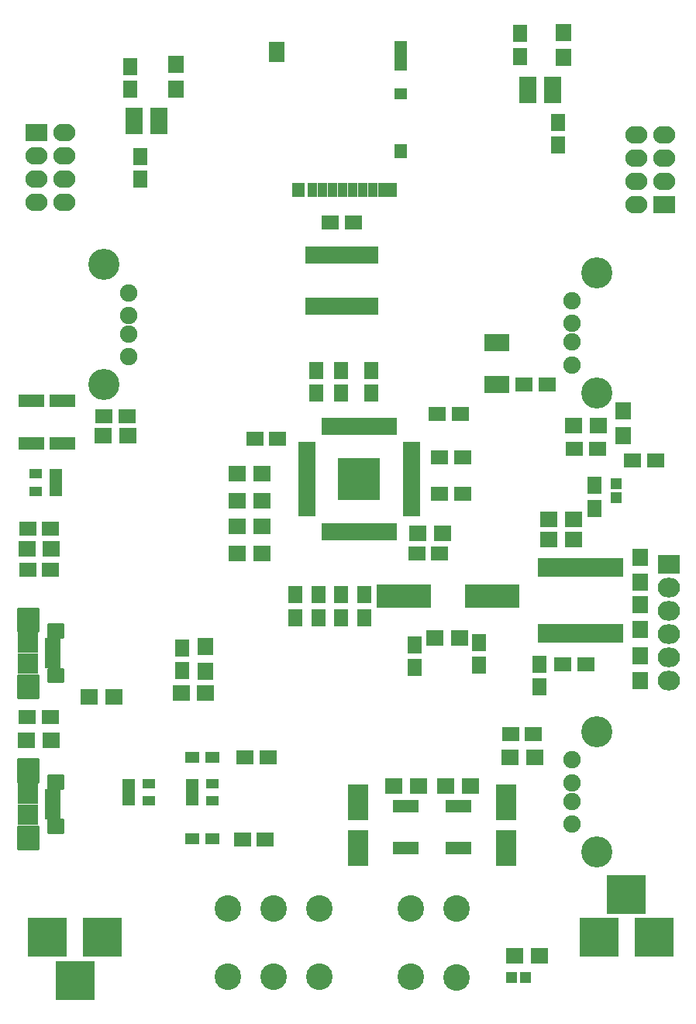
<source format=gts>
G04 #@! TF.FileFunction,Soldermask,Top*
%FSLAX46Y46*%
G04 Gerber Fmt 4.6, Leading zero omitted, Abs format (unit mm)*
G04 Created by KiCad (PCBNEW 4.0.2-stable) date Monday, 16 January 2017 'pmt' 17:48:17*
%MOMM*%
G01*
G04 APERTURE LIST*
%ADD10C,0.100000*%
%ADD11C,0.381000*%
%ADD12R,1.900000X1.650000*%
%ADD13R,0.699720X1.850000*%
%ADD14R,0.819100X1.870660*%
%ADD15R,1.650000X1.900000*%
%ADD16R,1.900000X1.700000*%
%ADD17R,0.808940X1.421080*%
%ADD18R,1.700000X1.900000*%
%ADD19C,2.900000*%
%ADD20R,0.806400X2.051000*%
%ADD21R,1.460000X1.050000*%
%ADD22R,1.700000X2.300000*%
%ADD23R,1.400000X3.200000*%
%ADD24R,1.100000X1.600000*%
%ADD25R,1.400000X1.600000*%
%ADD26R,1.050000X1.600000*%
%ADD27R,1.400000X1.200000*%
%ADD28C,3.399740*%
%ADD29C,1.901140*%
%ADD30O,2.400000X1.900000*%
%ADD31R,2.400000X1.900000*%
%ADD32R,4.200000X4.200000*%
%ADD33R,1.600000X1.300000*%
%ADD34R,1.900000X0.700000*%
%ADD35R,0.700000X1.900000*%
%ADD36R,4.600000X4.600000*%
%ADD37R,6.000700X2.500580*%
%ADD38R,2.432000X2.127200*%
%ADD39O,2.432000X2.127200*%
%ADD40R,1.197560X1.197560*%
%ADD41R,2.200860X3.900120*%
%ADD42C,1.400000*%
%ADD43O,2.100000X1.800000*%
%ADD44R,1.750000X0.800000*%
%ADD45R,2.300000X2.200000*%
%ADD46R,0.300000X0.300000*%
%ADD47R,1.960000X1.050000*%
G04 APERTURE END LIST*
D10*
D11*
G36*
X124450000Y-100150000D02*
X124450000Y-101400000D01*
X123000000Y-101400000D01*
X123000000Y-100150000D01*
X124450000Y-100150000D01*
G37*
X124450000Y-100150000D02*
X124450000Y-101400000D01*
X123000000Y-101400000D01*
X123000000Y-100150000D01*
X124450000Y-100150000D01*
G36*
X124450000Y-105000000D02*
X124450000Y-106250000D01*
X123000000Y-106250000D01*
X123000000Y-105000000D01*
X124450000Y-105000000D01*
G37*
X124450000Y-105000000D02*
X124450000Y-106250000D01*
X123000000Y-106250000D01*
X123000000Y-105000000D01*
X124450000Y-105000000D01*
G36*
X121775000Y-98400000D02*
X121775000Y-100700000D01*
X119675000Y-100700000D01*
X119675000Y-98400000D01*
X121775000Y-98400000D01*
G37*
X121775000Y-98400000D02*
X121775000Y-100700000D01*
X119675000Y-100700000D01*
X119675000Y-98400000D01*
X121775000Y-98400000D01*
G36*
X121775000Y-105700000D02*
X121775000Y-108000000D01*
X119675000Y-108000000D01*
X119675000Y-105700000D01*
X121775000Y-105700000D01*
G37*
X121775000Y-105700000D02*
X121775000Y-108000000D01*
X119675000Y-108000000D01*
X119675000Y-105700000D01*
X121775000Y-105700000D01*
G36*
X124450000Y-116650000D02*
X124450000Y-117900000D01*
X123000000Y-117900000D01*
X123000000Y-116650000D01*
X124450000Y-116650000D01*
G37*
X124450000Y-116650000D02*
X124450000Y-117900000D01*
X123000000Y-117900000D01*
X123000000Y-116650000D01*
X124450000Y-116650000D01*
G36*
X124450000Y-121500000D02*
X124450000Y-122750000D01*
X123000000Y-122750000D01*
X123000000Y-121500000D01*
X124450000Y-121500000D01*
G37*
X124450000Y-121500000D02*
X124450000Y-122750000D01*
X123000000Y-122750000D01*
X123000000Y-121500000D01*
X124450000Y-121500000D01*
G36*
X121775000Y-114900000D02*
X121775000Y-117200000D01*
X119675000Y-117200000D01*
X119675000Y-114900000D01*
X121775000Y-114900000D01*
G37*
X121775000Y-114900000D02*
X121775000Y-117200000D01*
X119675000Y-117200000D01*
X119675000Y-114900000D01*
X121775000Y-114900000D01*
G36*
X121775000Y-122200000D02*
X121775000Y-124500000D01*
X119675000Y-124500000D01*
X119675000Y-122200000D01*
X121775000Y-122200000D01*
G37*
X121775000Y-122200000D02*
X121775000Y-124500000D01*
X119675000Y-124500000D01*
X119675000Y-122200000D01*
X121775000Y-122200000D01*
D12*
X186799520Y-82195480D03*
X189299520Y-82195480D03*
D13*
X172950280Y-69299240D03*
X172449900Y-69299240D03*
X171949520Y-69299240D03*
X171449140Y-69299240D03*
X170948760Y-69299240D03*
X170948760Y-73901720D03*
X171449140Y-73901720D03*
X171949520Y-73901720D03*
X172449900Y-73901720D03*
X172950280Y-73901720D03*
D14*
X155354640Y-59711400D03*
X154704400Y-59711400D03*
X154054160Y-59711400D03*
X153403920Y-59711400D03*
X157295200Y-65304480D03*
X157305360Y-59711400D03*
X156655120Y-59711400D03*
X156004880Y-59711400D03*
X152753680Y-65309560D03*
X153403920Y-65309560D03*
X154054160Y-65309560D03*
X154704400Y-65309560D03*
X155354640Y-65309560D03*
X156004880Y-65309560D03*
X152753680Y-59711400D03*
X156655120Y-65304480D03*
X157955600Y-59711400D03*
X152103440Y-59711400D03*
X152103440Y-65309560D03*
X157955600Y-65309560D03*
X158603300Y-59711400D03*
X151455740Y-59711400D03*
X151455740Y-65309560D03*
X158603300Y-65309560D03*
D15*
X137559520Y-102630480D03*
X137559520Y-105130480D03*
X176619520Y-104440480D03*
X176619520Y-106940480D03*
D12*
X182949520Y-80925480D03*
X180449520Y-80925480D03*
X129050000Y-77350960D03*
X131550000Y-77350960D03*
X153779520Y-56160480D03*
X156279520Y-56160480D03*
X179179520Y-104420480D03*
X181679520Y-104420480D03*
D15*
X182575200Y-87406800D03*
X182575200Y-84906800D03*
D16*
X127449520Y-108000480D03*
X130149520Y-108000480D03*
D17*
X162989880Y-119899240D03*
X162339640Y-119899240D03*
X161689400Y-119899240D03*
X161039160Y-119899240D03*
X161039160Y-124501720D03*
X161689400Y-124501720D03*
X162339640Y-124501720D03*
X162989880Y-124501720D03*
X168704880Y-119899240D03*
X168054640Y-119899240D03*
X167404400Y-119899240D03*
X166754160Y-119899240D03*
X166754160Y-124501720D03*
X167404400Y-124501720D03*
X168054640Y-124501720D03*
X168704880Y-124501720D03*
D18*
X140099520Y-102530480D03*
X140099520Y-105230480D03*
D16*
X183049520Y-78385480D03*
X180349520Y-78385480D03*
X128950000Y-79450960D03*
X131650000Y-79450960D03*
X180299520Y-88600480D03*
X177599520Y-88600480D03*
X163364520Y-117755480D03*
X160664520Y-117755480D03*
X166379520Y-117755480D03*
X169079520Y-117755480D03*
D19*
X167529520Y-131150480D03*
X152529520Y-131150480D03*
X147529520Y-131150480D03*
X142529520Y-131150480D03*
X142529520Y-138600480D03*
X147529520Y-138600480D03*
X152529520Y-138600480D03*
X167519520Y-138660480D03*
X162529520Y-131150480D03*
X162529520Y-138600480D03*
D20*
X181389640Y-93836300D03*
X180739400Y-93836300D03*
X180089160Y-93836300D03*
X179438920Y-93836300D03*
X183340360Y-101034660D03*
X183340360Y-93836300D03*
X182690120Y-93836300D03*
X182039880Y-93836300D03*
X178788680Y-101034660D03*
X179438920Y-101034660D03*
X180089160Y-101034660D03*
X180739400Y-101034660D03*
X181389640Y-101034660D03*
X182039880Y-101034660D03*
X178788680Y-93836300D03*
X182690120Y-101034660D03*
X183990600Y-101034660D03*
X184638300Y-101034660D03*
X185288540Y-101034660D03*
X185288540Y-93836300D03*
X184638300Y-93836300D03*
X183990600Y-93836300D03*
X178138440Y-93836300D03*
X177490740Y-93836300D03*
X176840500Y-93836300D03*
X176840500Y-101034660D03*
X177490740Y-101034660D03*
X178138440Y-101034660D03*
D17*
X123524160Y-80301720D03*
X124174400Y-80301720D03*
X124824640Y-80301720D03*
X125474880Y-80301720D03*
X125474880Y-75699240D03*
X124824640Y-75699240D03*
X124174400Y-75699240D03*
X123524160Y-75699240D03*
X120124160Y-80301720D03*
X120774400Y-80301720D03*
X121424640Y-80301720D03*
X122074880Y-80301720D03*
X122074880Y-75699240D03*
X121424640Y-75699240D03*
X120774400Y-75699240D03*
X120124160Y-75699240D03*
D16*
X180299520Y-90850480D03*
X177599520Y-90850480D03*
D21*
X123799520Y-85550480D03*
X123799520Y-84600480D03*
X123799520Y-83650480D03*
X121599520Y-83650480D03*
X121599520Y-85550480D03*
D12*
X120670000Y-110236000D03*
X123170000Y-110236000D03*
X175964520Y-112040480D03*
X173464520Y-112040480D03*
D22*
X147929520Y-37555480D03*
D23*
X161429520Y-38005480D03*
D24*
X151829520Y-52655480D03*
X152929520Y-52655480D03*
X154029520Y-52655480D03*
X155129520Y-52655480D03*
X156229520Y-52655480D03*
X157329520Y-52655480D03*
X158429520Y-52655480D03*
X159529520Y-52655480D03*
D25*
X150279520Y-52655480D03*
D26*
X160479520Y-52655480D03*
D27*
X161429520Y-42155480D03*
D25*
X161429520Y-48355480D03*
D28*
X182865380Y-74796460D03*
X182865380Y-61654500D03*
D29*
X180155200Y-71725600D03*
X180155200Y-69226240D03*
X180155200Y-67224720D03*
X180155200Y-64725360D03*
D28*
X129029140Y-60779020D03*
X129029140Y-73920980D03*
D29*
X131739320Y-63849880D03*
X131739320Y-66349240D03*
X131739320Y-68350760D03*
X131739320Y-70850120D03*
D30*
X187164520Y-46635480D03*
X190204520Y-46635480D03*
D31*
X190204520Y-54255480D03*
D30*
X187164520Y-54255480D03*
X190204520Y-51715480D03*
X187164520Y-51715480D03*
X190204520Y-49175480D03*
X187164520Y-49175480D03*
X124670000Y-54010000D03*
X121630000Y-54010000D03*
D31*
X121630000Y-46390000D03*
D30*
X124670000Y-46390000D03*
X121630000Y-48930000D03*
X124670000Y-48930000D03*
X121630000Y-51470000D03*
X124670000Y-51470000D03*
D32*
X183119380Y-134265480D03*
X189118860Y-134265480D03*
X186119120Y-129566480D03*
D28*
X182865380Y-124961460D03*
X182865380Y-111819500D03*
D29*
X180155200Y-121890600D03*
X180155200Y-119391240D03*
X180155200Y-117389720D03*
X180155200Y-114890360D03*
D32*
X128844660Y-134265480D03*
X122845180Y-134265480D03*
X125844920Y-138964480D03*
D16*
X120570000Y-112776000D03*
X123270000Y-112776000D03*
X176064520Y-114580480D03*
X173364520Y-114580480D03*
D12*
X120699520Y-89600480D03*
X123199520Y-89600480D03*
X120699520Y-94100480D03*
X123199520Y-94100480D03*
D15*
X149949520Y-99350480D03*
X149949520Y-96850480D03*
X152449520Y-96850480D03*
X152449520Y-99350480D03*
D12*
X147999520Y-79770480D03*
X145499520Y-79770480D03*
X165699520Y-85850480D03*
X168199520Y-85850480D03*
D15*
X169989520Y-102036480D03*
X169989520Y-104536480D03*
X154949520Y-96850480D03*
X154949520Y-99350480D03*
D12*
X165699520Y-81850480D03*
X168199520Y-81850480D03*
D15*
X158199520Y-74850480D03*
X158199520Y-72350480D03*
D12*
X163199520Y-92350480D03*
X165699520Y-92350480D03*
D15*
X154949520Y-74850480D03*
X154949520Y-72350480D03*
D12*
X165449520Y-77100480D03*
X167949520Y-77100480D03*
D15*
X162989520Y-102286480D03*
X162989520Y-104786480D03*
X152199520Y-74850480D03*
X152199520Y-72350480D03*
D12*
X144149520Y-123600480D03*
X146649520Y-123600480D03*
D15*
X157449520Y-96850480D03*
X157449520Y-99350480D03*
D12*
X144449520Y-114600480D03*
X146949520Y-114600480D03*
D33*
X138689520Y-123470480D03*
X140889520Y-123470480D03*
X138689520Y-114580480D03*
X140889520Y-114580480D03*
D16*
X137449520Y-107600480D03*
X140149520Y-107600480D03*
X123299520Y-91850480D03*
X120599520Y-91850480D03*
X143599520Y-89350480D03*
X146299520Y-89350480D03*
X143599520Y-92350480D03*
X146299520Y-92350480D03*
X143599520Y-86600480D03*
X146299520Y-86600480D03*
X166049520Y-90100480D03*
X163349520Y-90100480D03*
X143599520Y-83600480D03*
X146299520Y-83600480D03*
X167839520Y-101536480D03*
X165139520Y-101536480D03*
D34*
X151159520Y-80465480D03*
X151159520Y-80965480D03*
X151159520Y-81465480D03*
X151159520Y-81965480D03*
X151159520Y-82465480D03*
X151159520Y-82965480D03*
X151159520Y-83465480D03*
X151159520Y-83965480D03*
X151159520Y-84465480D03*
X151159520Y-84965480D03*
X151159520Y-85465480D03*
X151159520Y-85965480D03*
X151159520Y-86465480D03*
X151159520Y-86965480D03*
X151159520Y-87465480D03*
X151159520Y-87965480D03*
D35*
X153159520Y-89965480D03*
X153659520Y-89965480D03*
X154159520Y-89965480D03*
X154659520Y-89965480D03*
X155159520Y-89965480D03*
X155659520Y-89965480D03*
X156159520Y-89965480D03*
X156659520Y-89965480D03*
X157159520Y-89965480D03*
X157659520Y-89965480D03*
X158159520Y-89965480D03*
X158659520Y-89965480D03*
X159159520Y-89965480D03*
X159659520Y-89965480D03*
X160159520Y-89965480D03*
X160659520Y-89965480D03*
D34*
X162659520Y-87965480D03*
X162659520Y-87465480D03*
X162659520Y-86965480D03*
X162659520Y-86465480D03*
X162659520Y-85965480D03*
X162659520Y-85465480D03*
X162659520Y-84965480D03*
X162659520Y-84465480D03*
X162659520Y-83965480D03*
X162659520Y-83465480D03*
X162659520Y-82965480D03*
X162659520Y-82465480D03*
X162659520Y-81965480D03*
X162659520Y-81465480D03*
X162659520Y-80965480D03*
X162659520Y-80465480D03*
D35*
X160659520Y-78465480D03*
X160159520Y-78465480D03*
X159659520Y-78465480D03*
X159159520Y-78465480D03*
X158659520Y-78465480D03*
X158159520Y-78465480D03*
X157659520Y-78465480D03*
X157159520Y-78465480D03*
X156659520Y-78465480D03*
X156159520Y-78465480D03*
X155659520Y-78465480D03*
X155159520Y-78465480D03*
X154659520Y-78465480D03*
X154159520Y-78465480D03*
X153659520Y-78465480D03*
X153159520Y-78465480D03*
D36*
X156909520Y-84215480D03*
D21*
X131704520Y-117440480D03*
X131704520Y-118390480D03*
X131704520Y-119340480D03*
X133904520Y-119340480D03*
X133904520Y-117440480D03*
X138689520Y-117440480D03*
X138689520Y-118390480D03*
X138689520Y-119340480D03*
X140889520Y-119340480D03*
X140889520Y-117440480D03*
D12*
X174924400Y-73863200D03*
X177424400Y-73863200D03*
D37*
X171472860Y-97028000D03*
X161775140Y-97028000D03*
D38*
X190700000Y-93500000D03*
D39*
X190700000Y-96040000D03*
X190700000Y-98580000D03*
X190700000Y-101120000D03*
X190700000Y-103660000D03*
X190700000Y-106200000D03*
D40*
X184962800Y-86245700D03*
X184962800Y-84747100D03*
X173545500Y-138633200D03*
X175044100Y-138633200D03*
D18*
X185724800Y-76780400D03*
X185724800Y-79480400D03*
D16*
X173910000Y-136245600D03*
X176610000Y-136245600D03*
D41*
X156800000Y-124499360D03*
X156800000Y-119500640D03*
X173000000Y-124499360D03*
X173000000Y-119500640D03*
D42*
X123725000Y-100775000D03*
X123725000Y-105625000D03*
D43*
X120725000Y-99687500D03*
X120725000Y-106712500D03*
D44*
X123400000Y-103200000D03*
X123400000Y-102550000D03*
X123400000Y-103850000D03*
X123400000Y-101900000D03*
X123400000Y-104500000D03*
D45*
X120725000Y-102050000D03*
X120725000Y-104350000D03*
D46*
X124250000Y-100775000D03*
X124237500Y-105625000D03*
X120687500Y-98687500D03*
X120712500Y-107712500D03*
D42*
X123725000Y-117275000D03*
X123725000Y-122125000D03*
D43*
X120725000Y-116187500D03*
X120725000Y-123212500D03*
D44*
X123400000Y-119700000D03*
X123400000Y-119050000D03*
X123400000Y-120350000D03*
X123400000Y-118400000D03*
X123400000Y-121000000D03*
D45*
X120725000Y-118550000D03*
X120725000Y-120850000D03*
D46*
X124250000Y-117275000D03*
X124237500Y-122125000D03*
X120687500Y-115187500D03*
X120712500Y-124212500D03*
D15*
X133000000Y-48950000D03*
X133000000Y-51450000D03*
X178600000Y-45250000D03*
X178600000Y-47750000D03*
X131900000Y-41650000D03*
X131900000Y-39150000D03*
X174500000Y-38050000D03*
X174500000Y-35550000D03*
D18*
X187600000Y-92750000D03*
X187600000Y-95450000D03*
X187600000Y-97950000D03*
X187600000Y-100650000D03*
X187600000Y-106250000D03*
X187600000Y-103550000D03*
X136900000Y-38950000D03*
X136900000Y-41650000D03*
X179200000Y-35450000D03*
X179200000Y-38150000D03*
D47*
X175350000Y-40750000D03*
X175350000Y-41700000D03*
X175350000Y-42650000D03*
X178050000Y-42650000D03*
X178050000Y-40750000D03*
X178050000Y-41700000D03*
X132350000Y-44150000D03*
X132350000Y-45100000D03*
X132350000Y-46050000D03*
X135050000Y-46050000D03*
X135050000Y-44150000D03*
X135050000Y-45100000D03*
M02*

</source>
